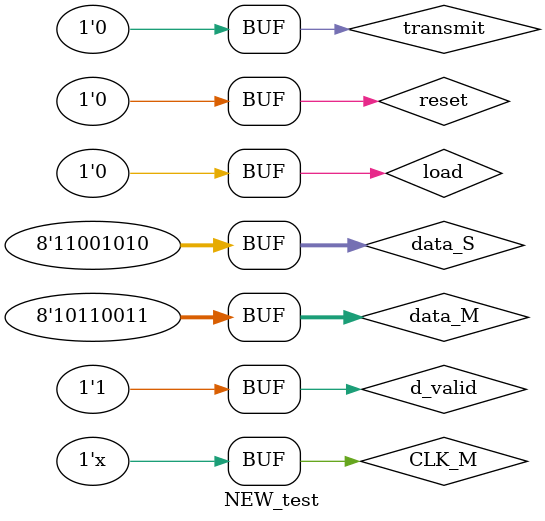
<source format=v>
module NEW_test;
reg transmit, CLK_M, reset, d_valid, load;
wire MISO;
reg [7:0] data_M;
wire MOSI, SCLK, CS, done_M;
wire [7:0] rx_M;
MASTER ins1(transmit, MISO, CLK_M, reset, d_valid, data_M, MOSI, SCLK, CS, done_M, rx_M);

reg [7:0]data_S;
wire done_S;
wire [7:0]rx_S;
NEW_SLAVE ins2(MOSI, SCLK, CS, load, data_S, MISO, done_S, rx_S);

always #5 CLK_M = ~CLK_M;


initial begin
CLK_M = 0;
reset= 1;
transmit= 0;
d_valid= 0;
data_M= 8'b0;
data_S = 8'b0;

#20 reset= 0; //S0
#10 transmit= 1; //S0
#10 data_M= 8'b10110011; //S1
    d_valid= 1;
    data_S= 8'b11001010;
    load= 1;
#10 load= 0;
#170 transmit= 0;
#10;
end
endmodule


</source>
